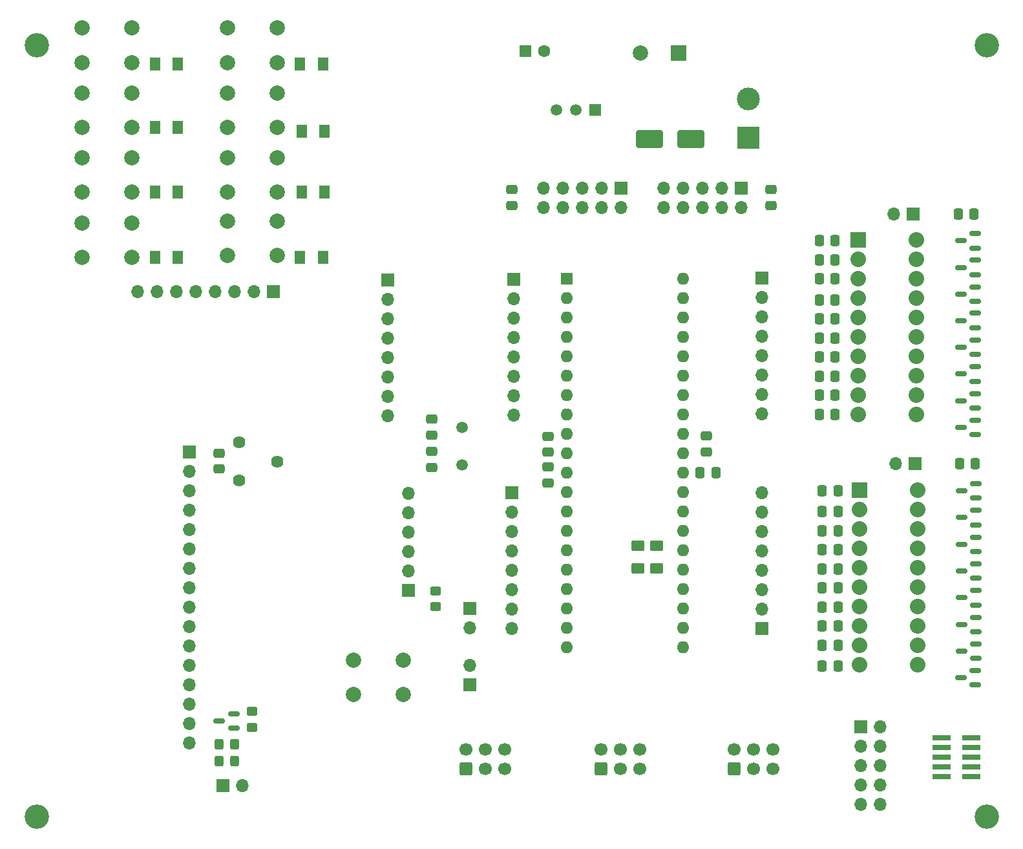
<source format=gbr>
%TF.GenerationSoftware,KiCad,Pcbnew,8.0.5*%
%TF.CreationDate,2024-11-01T12:18:04+01:00*%
%TF.ProjectId,ATmega644,41546d65-6761-4363-9434-2e6b69636164,rev?*%
%TF.SameCoordinates,Original*%
%TF.FileFunction,Soldermask,Top*%
%TF.FilePolarity,Negative*%
%FSLAX46Y46*%
G04 Gerber Fmt 4.6, Leading zero omitted, Abs format (unit mm)*
G04 Created by KiCad (PCBNEW 8.0.5) date 2024-11-01 12:18:04*
%MOMM*%
%LPD*%
G01*
G04 APERTURE LIST*
G04 Aperture macros list*
%AMRoundRect*
0 Rectangle with rounded corners*
0 $1 Rounding radius*
0 $2 $3 $4 $5 $6 $7 $8 $9 X,Y pos of 4 corners*
0 Add a 4 corners polygon primitive as box body*
4,1,4,$2,$3,$4,$5,$6,$7,$8,$9,$2,$3,0*
0 Add four circle primitives for the rounded corners*
1,1,$1+$1,$2,$3*
1,1,$1+$1,$4,$5*
1,1,$1+$1,$6,$7*
1,1,$1+$1,$8,$9*
0 Add four rect primitives between the rounded corners*
20,1,$1+$1,$2,$3,$4,$5,0*
20,1,$1+$1,$4,$5,$6,$7,0*
20,1,$1+$1,$6,$7,$8,$9,0*
20,1,$1+$1,$8,$9,$2,$3,0*%
G04 Aperture macros list end*
%ADD10C,2.000000*%
%ADD11R,1.700000X1.700000*%
%ADD12O,1.700000X1.700000*%
%ADD13RoundRect,0.150000X0.587500X0.150000X-0.587500X0.150000X-0.587500X-0.150000X0.587500X-0.150000X0*%
%ADD14RoundRect,0.250001X-0.624999X0.462499X-0.624999X-0.462499X0.624999X-0.462499X0.624999X0.462499X0*%
%ADD15RoundRect,0.250001X0.462499X0.624999X-0.462499X0.624999X-0.462499X-0.624999X0.462499X-0.624999X0*%
%ADD16RoundRect,0.250000X-0.337500X-0.475000X0.337500X-0.475000X0.337500X0.475000X-0.337500X0.475000X0*%
%ADD17RoundRect,0.250001X-0.462499X-0.624999X0.462499X-0.624999X0.462499X0.624999X-0.462499X0.624999X0*%
%ADD18RoundRect,0.250000X0.475000X-0.337500X0.475000X0.337500X-0.475000X0.337500X-0.475000X-0.337500X0*%
%ADD19RoundRect,0.250000X0.450000X-0.325000X0.450000X0.325000X-0.450000X0.325000X-0.450000X-0.325000X0*%
%ADD20R,2.032000X2.032000*%
%ADD21C,2.032000*%
%ADD22C,3.200000*%
%ADD23R,3.000000X3.000000*%
%ADD24C,3.000000*%
%ADD25R,2.400000X0.740000*%
%ADD26RoundRect,0.250000X-0.475000X0.337500X-0.475000X-0.337500X0.475000X-0.337500X0.475000X0.337500X0*%
%ADD27RoundRect,0.250000X-0.325000X-0.450000X0.325000X-0.450000X0.325000X0.450000X-0.325000X0.450000X0*%
%ADD28R,2.000000X2.000000*%
%ADD29C,1.620000*%
%ADD30R,1.600000X1.600000*%
%ADD31C,1.600000*%
%ADD32O,1.600000X1.600000*%
%ADD33RoundRect,0.250000X0.600000X-0.600000X0.600000X0.600000X-0.600000X0.600000X-0.600000X-0.600000X0*%
%ADD34C,1.700000*%
%ADD35C,1.500000*%
%ADD36R,1.500000X1.500000*%
%ADD37RoundRect,0.250000X-1.500000X-0.900000X1.500000X-0.900000X1.500000X0.900000X-1.500000X0.900000X0*%
G04 APERTURE END LIST*
D10*
%TO.C,SW2*%
X86775000Y-29750000D03*
X93275000Y-29750000D03*
X86775000Y-34250000D03*
X93275000Y-34250000D03*
%TD*%
D11*
%TO.C,J12*%
X118500000Y-115775000D03*
D12*
X118500000Y-113235000D03*
%TD*%
D13*
%TO.C,Q7*%
X184750000Y-79500000D03*
X184750000Y-77600000D03*
X182875000Y-78550000D03*
%TD*%
D14*
%TO.C,R24*%
X140500000Y-97512500D03*
X140500000Y-100487500D03*
%TD*%
D13*
%TO.C,Q8*%
X184750000Y-83000000D03*
X184750000Y-81100000D03*
X182875000Y-82050000D03*
%TD*%
D15*
%TO.C,R29*%
X99500000Y-51250000D03*
X96525000Y-51250000D03*
%TD*%
D16*
%TO.C,R11*%
X164300000Y-77850000D03*
X166375000Y-77850000D03*
%TD*%
%TO.C,R20*%
X164662500Y-108050000D03*
X166737500Y-108050000D03*
%TD*%
D13*
%TO.C,Q2*%
X184750000Y-62050000D03*
X184750000Y-60150000D03*
X182875000Y-61100000D03*
%TD*%
D17*
%TO.C,R32*%
X77275000Y-42750000D03*
X80250000Y-42750000D03*
%TD*%
D11*
%TO.C,J17*%
X154080000Y-50710000D03*
D12*
X154080000Y-53250000D03*
X151540000Y-50710000D03*
X151540000Y-53250000D03*
X149000000Y-50710000D03*
X149000000Y-53250000D03*
X146460000Y-50710000D03*
X146460000Y-53250000D03*
X143920000Y-50710000D03*
X143920000Y-53250000D03*
%TD*%
D18*
%TO.C,R1*%
X128750000Y-85287500D03*
X128750000Y-83212500D03*
%TD*%
D11*
%TO.C,J20*%
X92740000Y-64250000D03*
D12*
X90200000Y-64250000D03*
X87660000Y-64250000D03*
X85120000Y-64250000D03*
X82580000Y-64250000D03*
X80040000Y-64250000D03*
X77500000Y-64250000D03*
X74960000Y-64250000D03*
%TD*%
D10*
%TO.C,SW5*%
X86775000Y-55000000D03*
X93275000Y-55000000D03*
X86775000Y-59500000D03*
X93275000Y-59500000D03*
%TD*%
D16*
%TO.C,R21*%
X164662500Y-110550000D03*
X166737500Y-110550000D03*
%TD*%
D19*
%TO.C,R26*%
X89950000Y-121290000D03*
X89950000Y-119240000D03*
%TD*%
D16*
%TO.C,R15*%
X164662500Y-95550000D03*
X166737500Y-95550000D03*
%TD*%
D17*
%TO.C,R33*%
X77250000Y-51250000D03*
X80225000Y-51250000D03*
%TD*%
D10*
%TO.C,SW1*%
X103250000Y-112500000D03*
X109750000Y-112500000D03*
X103250000Y-117000000D03*
X109750000Y-117000000D03*
%TD*%
D17*
%TO.C,R34*%
X77275000Y-59750000D03*
X80250000Y-59750000D03*
%TD*%
D20*
%TO.C,BAR1*%
X169375000Y-57530000D03*
D21*
X169375000Y-60070000D03*
X169375000Y-62610000D03*
X169375000Y-65150000D03*
X169375000Y-67690000D03*
X169375000Y-70230000D03*
X169375000Y-72770000D03*
X169375000Y-75310000D03*
X169375000Y-77850000D03*
X169375000Y-80390000D03*
X176995000Y-80390000D03*
X176995000Y-77850000D03*
X176995000Y-75310000D03*
X176995000Y-72770000D03*
X176995000Y-70230000D03*
X176995000Y-67690000D03*
X176995000Y-65150000D03*
X176995000Y-62610000D03*
X176995000Y-60070000D03*
X176995000Y-57530000D03*
%TD*%
D22*
%TO.C,H2*%
X61750000Y-32000000D03*
%TD*%
D23*
%TO.C,J21*%
X155000000Y-44080000D03*
D24*
X155000000Y-39000000D03*
%TD*%
D13*
%TO.C,Q1*%
X184750000Y-58550000D03*
X184750000Y-56650000D03*
X182875000Y-57600000D03*
%TD*%
%TO.C,Q4*%
X184750000Y-69000000D03*
X184750000Y-67100000D03*
X182875000Y-68050000D03*
%TD*%
D25*
%TO.C,J9*%
X180300000Y-122710000D03*
X184200000Y-122710000D03*
X180300000Y-123980000D03*
X184200000Y-123980000D03*
X180300000Y-125250000D03*
X184200000Y-125250000D03*
X180300000Y-126520000D03*
X184200000Y-126520000D03*
X180300000Y-127790000D03*
X184200000Y-127790000D03*
%TD*%
D13*
%TO.C,Q11*%
X184812500Y-94800000D03*
X184812500Y-92900000D03*
X182937500Y-93850000D03*
%TD*%
D16*
%TO.C,C11*%
X182512500Y-54100000D03*
X184587500Y-54100000D03*
%TD*%
D26*
%TO.C,C8*%
X113500000Y-83037500D03*
X113500000Y-80962500D03*
%TD*%
D11*
%TO.C,J5*%
X156750000Y-108370000D03*
D12*
X156750000Y-105830000D03*
X156750000Y-103290000D03*
X156750000Y-100750000D03*
X156750000Y-98210000D03*
X156750000Y-95670000D03*
X156750000Y-93130000D03*
X156750000Y-90590000D03*
%TD*%
D20*
%TO.C,BAR2*%
X169535000Y-90227500D03*
D21*
X169535000Y-92767500D03*
X169535000Y-95307500D03*
X169535000Y-97847500D03*
X169535000Y-100387500D03*
X169535000Y-102927500D03*
X169535000Y-105467500D03*
X169535000Y-108007500D03*
X169535000Y-110547500D03*
X169535000Y-113087500D03*
X177155000Y-113087500D03*
X177155000Y-110547500D03*
X177155000Y-108007500D03*
X177155000Y-105467500D03*
X177155000Y-102927500D03*
X177155000Y-100387500D03*
X177155000Y-97847500D03*
X177155000Y-95307500D03*
X177155000Y-92767500D03*
X177155000Y-90227500D03*
%TD*%
D27*
%TO.C,R25*%
X85675000Y-125740000D03*
X87725000Y-125740000D03*
%TD*%
D11*
%TO.C,J6*%
X169710000Y-121250000D03*
D12*
X172250000Y-121250000D03*
X169710000Y-123790000D03*
X172250000Y-123790000D03*
X169710000Y-126330000D03*
X172250000Y-126330000D03*
X169710000Y-128870000D03*
X172250000Y-128870000D03*
X169710000Y-131410000D03*
X172250000Y-131410000D03*
%TD*%
D11*
%TO.C,J18*%
X138330000Y-50710000D03*
D12*
X138330000Y-53250000D03*
X135790000Y-50710000D03*
X135790000Y-53250000D03*
X133250000Y-50710000D03*
X133250000Y-53250000D03*
X130710000Y-50710000D03*
X130710000Y-53250000D03*
X128170000Y-50710000D03*
X128170000Y-53250000D03*
%TD*%
D15*
%TO.C,R28*%
X99500000Y-43250000D03*
X96525000Y-43250000D03*
%TD*%
D26*
%TO.C,C4*%
X158000000Y-50925000D03*
X158000000Y-53000000D03*
%TD*%
D28*
%TO.C,C1*%
X145867677Y-33000000D03*
D10*
X140867677Y-33000000D03*
%TD*%
D17*
%TO.C,R31*%
X77262500Y-34500000D03*
X80237500Y-34500000D03*
%TD*%
D26*
%TO.C,C9*%
X149500000Y-83175000D03*
X149500000Y-85250000D03*
%TD*%
D16*
%TO.C,R17*%
X164662500Y-100550000D03*
X166737500Y-100550000D03*
%TD*%
D10*
%TO.C,SW6*%
X67750000Y-29750000D03*
X74250000Y-29750000D03*
X67750000Y-34250000D03*
X74250000Y-34250000D03*
%TD*%
D22*
%TO.C,H3*%
X186250000Y-133000000D03*
%TD*%
D13*
%TO.C,Q14*%
X184812500Y-112300000D03*
X184812500Y-110400000D03*
X182937500Y-111350000D03*
%TD*%
D29*
%TO.C,RV1*%
X88250000Y-89000000D03*
X93250000Y-86500000D03*
X88250000Y-84000000D03*
%TD*%
D11*
%TO.C,J10*%
X110500000Y-103350000D03*
D12*
X110500000Y-100810000D03*
X110500000Y-98270000D03*
X110500000Y-95730000D03*
X110500000Y-93190000D03*
X110500000Y-90650000D03*
%TD*%
D16*
%TO.C,C10*%
X182662500Y-86800000D03*
X184737500Y-86800000D03*
%TD*%
D11*
%TO.C,J13*%
X81750000Y-85250000D03*
D12*
X81750000Y-87790000D03*
X81750000Y-90330000D03*
X81750000Y-92870000D03*
X81750000Y-95410000D03*
X81750000Y-97950000D03*
X81750000Y-100490000D03*
X81750000Y-103030000D03*
X81750000Y-105570000D03*
X81750000Y-108110000D03*
X81750000Y-110650000D03*
X81750000Y-113190000D03*
X81750000Y-115730000D03*
X81750000Y-118270000D03*
X81750000Y-120810000D03*
X81750000Y-123350000D03*
%TD*%
D16*
%TO.C,R14*%
X164662500Y-93050000D03*
X166737500Y-93050000D03*
%TD*%
D26*
%TO.C,C3*%
X128750000Y-87250000D03*
X128750000Y-89325000D03*
%TD*%
D13*
%TO.C,Q16*%
X184750000Y-115750000D03*
X184750000Y-113850000D03*
X182875000Y-114800000D03*
%TD*%
%TO.C,Q6*%
X184750000Y-76000000D03*
X184750000Y-74100000D03*
X182875000Y-75050000D03*
%TD*%
D16*
%TO.C,R10*%
X164300000Y-75350000D03*
X166375000Y-75350000D03*
%TD*%
D13*
%TO.C,Q13*%
X184812500Y-98300000D03*
X184812500Y-96400000D03*
X182937500Y-97350000D03*
%TD*%
D16*
%TO.C,R8*%
X164300000Y-70350000D03*
X166375000Y-70350000D03*
%TD*%
D19*
%TO.C,C13*%
X114000000Y-105525000D03*
X114000000Y-103475000D03*
%TD*%
D10*
%TO.C,SW3*%
X86750000Y-38250000D03*
X93250000Y-38250000D03*
X86750000Y-42750000D03*
X93250000Y-42750000D03*
%TD*%
%TO.C,SW7*%
X67750000Y-38250000D03*
X74250000Y-38250000D03*
X67750000Y-42750000D03*
X74250000Y-42750000D03*
%TD*%
D15*
%TO.C,R30*%
X99250000Y-59750000D03*
X96275000Y-59750000D03*
%TD*%
D13*
%TO.C,Q12*%
X184812500Y-108800000D03*
X184812500Y-106900000D03*
X182937500Y-107850000D03*
%TD*%
D11*
%TO.C,J4*%
X156750000Y-62510000D03*
D12*
X156750000Y-65050000D03*
X156750000Y-67590000D03*
X156750000Y-70130000D03*
X156750000Y-72670000D03*
X156750000Y-75210000D03*
X156750000Y-77750000D03*
X156750000Y-80290000D03*
%TD*%
D30*
%TO.C,C2*%
X125750000Y-32750000D03*
D31*
X128250000Y-32750000D03*
%TD*%
D22*
%TO.C,H1*%
X186250000Y-32000000D03*
%TD*%
D11*
%TO.C,J19*%
X107750000Y-62710000D03*
D12*
X107750000Y-65250000D03*
X107750000Y-67790000D03*
X107750000Y-70330000D03*
X107750000Y-72870000D03*
X107750000Y-75410000D03*
X107750000Y-77950000D03*
X107750000Y-80490000D03*
%TD*%
D13*
%TO.C,Q9*%
X184812500Y-91300000D03*
X184812500Y-89400000D03*
X182937500Y-90350000D03*
%TD*%
%TO.C,Q5*%
X184750000Y-72500000D03*
X184750000Y-70600000D03*
X182875000Y-71550000D03*
%TD*%
D16*
%TO.C,R18*%
X164662500Y-103050000D03*
X166737500Y-103050000D03*
%TD*%
%TO.C,R4*%
X164300000Y-60100000D03*
X166375000Y-60100000D03*
%TD*%
%TO.C,R7*%
X164300000Y-67850000D03*
X166375000Y-67850000D03*
%TD*%
D13*
%TO.C,Q10*%
X184812500Y-105300000D03*
X184812500Y-103400000D03*
X182937500Y-104350000D03*
%TD*%
D11*
%TO.C,J2*%
X176837500Y-86750000D03*
D12*
X174297500Y-86750000D03*
%TD*%
D30*
%TO.C,U2*%
X131232500Y-62570000D03*
D32*
X131232500Y-65110000D03*
X131232500Y-67650000D03*
X131232500Y-70190000D03*
X131232500Y-72730000D03*
X131232500Y-75270000D03*
X131232500Y-77810000D03*
X131232500Y-80350000D03*
X131232500Y-82890000D03*
X131232500Y-85430000D03*
X131232500Y-87970000D03*
X131232500Y-90510000D03*
X131232500Y-93050000D03*
X131232500Y-95590000D03*
X131232500Y-98130000D03*
X131232500Y-100670000D03*
X131232500Y-103210000D03*
X131232500Y-105750000D03*
X131232500Y-108290000D03*
X131232500Y-110830000D03*
X146472500Y-110830000D03*
X146472500Y-108290000D03*
X146472500Y-105750000D03*
X146472500Y-103210000D03*
X146472500Y-100670000D03*
X146472500Y-98130000D03*
X146472500Y-95590000D03*
X146472500Y-93050000D03*
X146472500Y-90510000D03*
X146472500Y-87970000D03*
X146472500Y-85430000D03*
X146472500Y-82890000D03*
X146472500Y-80350000D03*
X146472500Y-77810000D03*
X146472500Y-75270000D03*
X146472500Y-72730000D03*
X146472500Y-70190000D03*
X146472500Y-67650000D03*
X146472500Y-65110000D03*
X146472500Y-62570000D03*
%TD*%
D33*
%TO.C,J3*%
X118000000Y-126790000D03*
D34*
X118000000Y-124250000D03*
X120540000Y-126790000D03*
X120540000Y-124250000D03*
X123080000Y-126790000D03*
X123080000Y-124250000D03*
%TD*%
D27*
%TO.C,R2*%
X85650000Y-123490000D03*
X87700000Y-123490000D03*
%TD*%
D16*
%TO.C,R16*%
X164662500Y-98050000D03*
X166737500Y-98050000D03*
%TD*%
D10*
%TO.C,SW8*%
X67750000Y-46750000D03*
X74250000Y-46750000D03*
X67750000Y-51250000D03*
X74250000Y-51250000D03*
%TD*%
D33*
%TO.C,J7*%
X135670000Y-126750000D03*
D34*
X135670000Y-124210000D03*
X138210000Y-126750000D03*
X138210000Y-124210000D03*
X140750000Y-126750000D03*
X140750000Y-124210000D03*
%TD*%
D10*
%TO.C,SW9*%
X67750000Y-55250000D03*
X74250000Y-55250000D03*
X67750000Y-59750000D03*
X74250000Y-59750000D03*
%TD*%
D16*
%TO.C,R9*%
X164300000Y-72850000D03*
X166375000Y-72850000D03*
%TD*%
D35*
%TO.C,Y1*%
X117500000Y-86950000D03*
X117500000Y-82070000D03*
%TD*%
D14*
%TO.C,R23*%
X143000000Y-97512500D03*
X143000000Y-100487500D03*
%TD*%
D13*
%TO.C,Q17*%
X87575000Y-121440000D03*
X87575000Y-119540000D03*
X85700000Y-120490000D03*
%TD*%
D18*
%TO.C,C7*%
X113500000Y-85212500D03*
X113500000Y-87287500D03*
%TD*%
D16*
%TO.C,C6*%
X148675000Y-88000000D03*
X150750000Y-88000000D03*
%TD*%
%TO.C,R6*%
X164300000Y-65350000D03*
X166375000Y-65350000D03*
%TD*%
%TO.C,R19*%
X164662500Y-105550000D03*
X166737500Y-105550000D03*
%TD*%
D33*
%TO.C,J8*%
X153170000Y-126750000D03*
D34*
X153170000Y-124210000D03*
X155710000Y-126750000D03*
X155710000Y-124210000D03*
X158250000Y-126750000D03*
X158250000Y-124210000D03*
%TD*%
D11*
%TO.C,J14*%
X86175000Y-128990000D03*
D12*
X88715000Y-128990000D03*
%TD*%
D36*
%TO.C,U1*%
X134897500Y-40442500D03*
D35*
X132357500Y-40442500D03*
X129817500Y-40442500D03*
%TD*%
D16*
%TO.C,R22*%
X164662500Y-113300000D03*
X166737500Y-113300000D03*
%TD*%
%TO.C,R3*%
X164300000Y-57600000D03*
X166375000Y-57600000D03*
%TD*%
D13*
%TO.C,Q3*%
X184750000Y-65550000D03*
X184750000Y-63650000D03*
X182875000Y-64600000D03*
%TD*%
D11*
%TO.C,J1*%
X176550000Y-54100000D03*
D12*
X174010000Y-54100000D03*
%TD*%
D22*
%TO.C,H4*%
X61750000Y-133000000D03*
%TD*%
D37*
%TO.C,D1*%
X142050000Y-44250000D03*
X147450000Y-44250000D03*
%TD*%
D16*
%TO.C,R13*%
X164662500Y-90300000D03*
X166737500Y-90300000D03*
%TD*%
D13*
%TO.C,Q15*%
X184812500Y-101800000D03*
X184812500Y-99900000D03*
X182937500Y-100850000D03*
%TD*%
D10*
%TO.C,SW4*%
X86775000Y-46750000D03*
X93275000Y-46750000D03*
X86775000Y-51250000D03*
X93275000Y-51250000D03*
%TD*%
D26*
%TO.C,C12*%
X124000000Y-50925000D03*
X124000000Y-53000000D03*
%TD*%
D11*
%TO.C,J15*%
X124250000Y-62625000D03*
D12*
X124250000Y-65165000D03*
X124250000Y-67705000D03*
X124250000Y-70245000D03*
X124250000Y-72785000D03*
X124250000Y-75325000D03*
X124250000Y-77865000D03*
X124250000Y-80405000D03*
%TD*%
D16*
%TO.C,R12*%
X164300000Y-80350000D03*
X166375000Y-80350000D03*
%TD*%
%TO.C,R5*%
X164300000Y-62600000D03*
X166375000Y-62600000D03*
%TD*%
D18*
%TO.C,C5*%
X85700000Y-87490000D03*
X85700000Y-85415000D03*
%TD*%
D11*
%TO.C,J11*%
X118500000Y-105725000D03*
D12*
X118500000Y-108265000D03*
%TD*%
D11*
%TO.C,J16*%
X124000000Y-90590000D03*
D12*
X124000000Y-93130000D03*
X124000000Y-95670000D03*
X124000000Y-98210000D03*
X124000000Y-100750000D03*
X124000000Y-103290000D03*
X124000000Y-105830000D03*
X124000000Y-108370000D03*
%TD*%
D15*
%TO.C,R27*%
X99250000Y-34500000D03*
X96275000Y-34500000D03*
%TD*%
M02*

</source>
